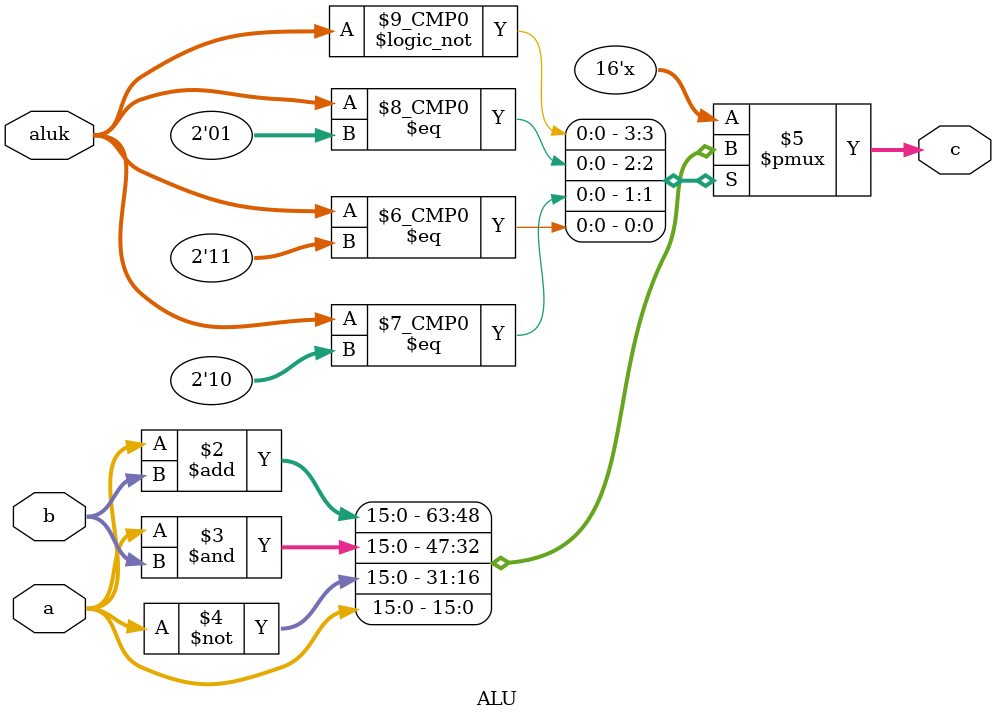
<source format=sv>
module ALU (input logic	[15:0] 	a, b,
				 input logic	[1:0] 	aluk,
				 output logic	[15:0]	c);
				 
				
				always_comb 
					begin 
						 case(aluk)
							2'b00:		c = a + b;
							2'b01:		c = a & b;
							2'b10:		c = ~a;
							2'b11: 		c = a; 
						endcase
					end
endmodule

							
</source>
